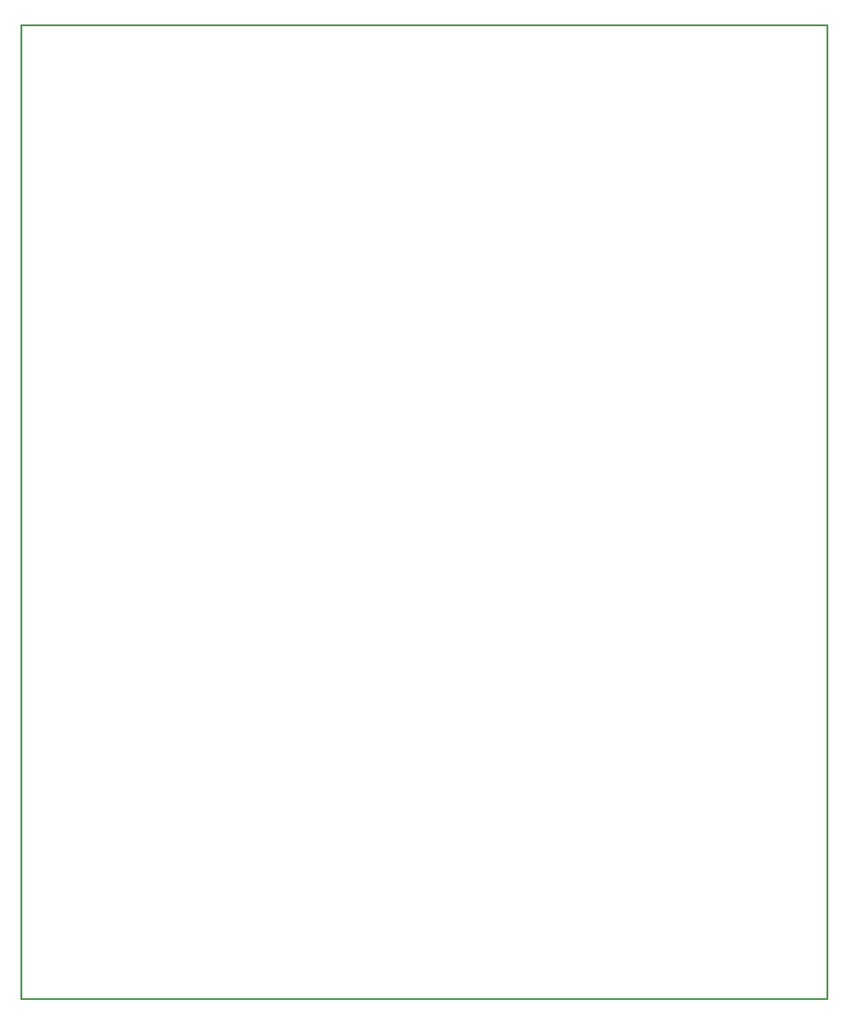
<source format=gtp>
%TF.GenerationSoftware,KiCad,Pcbnew,7.0.5*%
%TF.CreationDate,2024-01-07T16:42:02-06:00*%
%TF.ProjectId,S100-Backplane,53313030-2d42-4616-936b-706c616e652e,rev?*%
%TF.SameCoordinates,Original*%
%TF.FileFunction,Paste,Top*%
%TF.FilePolarity,Positive*%
%FSLAX46Y46*%
G04 Gerber Fmt 4.6, Leading zero omitted, Abs format (unit mm)*
G04 Created by KiCad (PCBNEW 7.0.5) date 2024-01-07 16:42:02*
%MOMM*%
%LPD*%
G01*
G04 APERTURE LIST*
%TA.AperFunction,Profile*%
%ADD10C,0.381000*%
%TD*%
G04 APERTURE END LIST*
D10*
X319024000Y-304673000D02*
X319024000Y-74930000D01*
X128778000Y-304673000D02*
X319024000Y-304673000D01*
X128778000Y-74930000D02*
X128778000Y-304673000D01*
X319024000Y-74930000D02*
X128778000Y-74930000D01*
M02*

</source>
